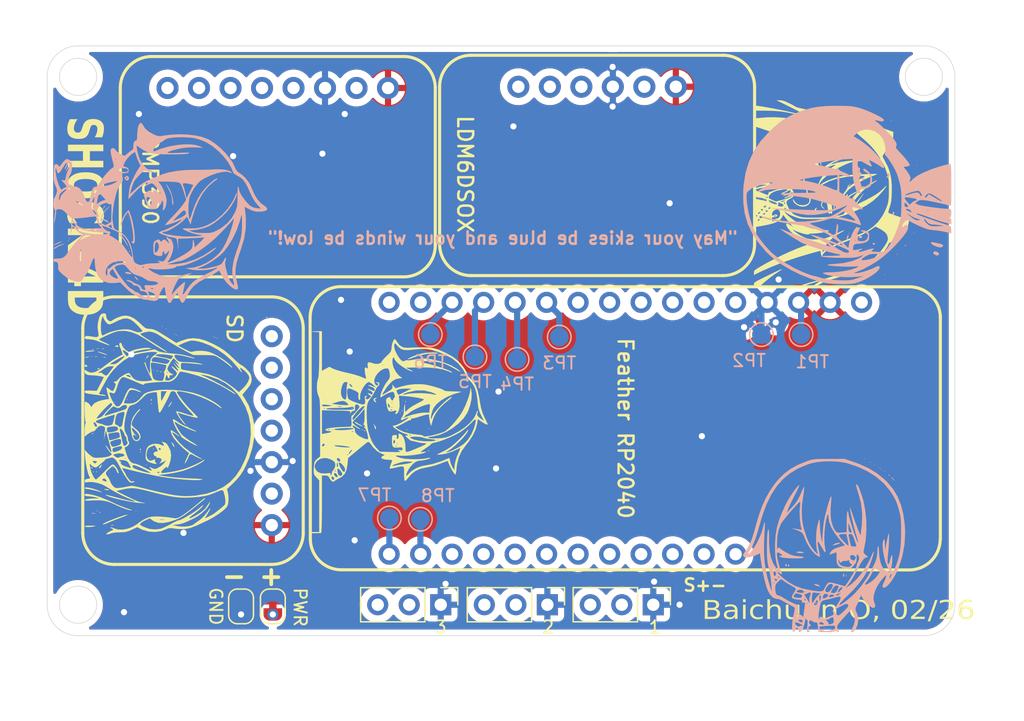
<source format=kicad_pcb>
(kicad_pcb (version 20241229) (generator "pcbnew") (generator_version "9.0")
  (title_block (title "SHOCK5-D"))
  (layers (0 "F.Cu" signal) (4 "In1.Cu" signal) (6 "In2.Cu" signal) (2 "B.Cu" signal) (13 "F.Paste" user) (15 "B.Paste" user) (5 "F.SilkS" user "F.Silkscreen") (7 "B.SilkS" user "B.Silkscreen") (1 "F.Mask" user) (3 "B.Mask" user) (25 "Edge.Cuts" user))
  (net 0 "")
  (net 2 "/CS")
  (net 3 "/3V3")
  (net 13 "/SCK")
  (net 15 "/MOSI")
  (net 16 "/SDA")
  (net 17 "/MISO")
  (net 19 "/S3")
  (net 23 "/GND")
  (net 24 "/SCL")
  (net 33 "/S2")
  (net 34 "/S1")
  (net 35 "/PWR")
  (footprint "Jumper:SolderJumper-2_P1.3mm_Open_RoundedPad1.0x1.5mm" (layer "F.Cu") (at 89.039052 74.532415 90)
    (property "Reference" "GND" (at 0 -2.039052 270) (layer "F.SilkS"))
    (property "Value" "SolderJumper_2_Open" (hide yes))
    (pad "1" smd custom (at -0.65 0 90) (size 1 0.5) (layers "F.Cu" "F.Mask") (net 23 "/GND") (options (clearance outline) (anchor rect)) (primitives (gr_circle (center 0 0.25) (end 0.5 0.25) (width 0) (fill yes)) (gr_circle (center 0 -0.25) (end 0.5 -0.25) (width 0) (fill yes)) (gr_poly (pts (xy 0.5 0.75) (xy 0 0.75) (xy 0 -0.75) (xy 0.5 -0.75)) (width 0) (fill yes))))
    (pad "2" smd custom (at 0.65 0 90) (size 1 0.5) (layers "F.Cu" "F.Mask") (net 23 "/GND") (options (clearance outline) (anchor rect)) (primitives (gr_circle (center 0 0.25) (end 0.5 0.25) (width 0) (fill yes)) (gr_circle (center 0 -0.25) (end 0.5 -0.25) (width 0) (fill yes)) (gr_poly (pts (xy 0 0.75) (xy -0.5 0.75) (xy -0.5 -0.75) (xy 0 -0.75)) (width 0) (fill yes))))
  )
  (footprint "LOGO" (layer "F.Cu") (at 101.8 60.8 -90)
    (property "Reference" "G***" (hide yes))
    (property "Value" "LOGO" (hide yes))
  )
  (footprint "Baichuan:Adafruit-Feather-RP2040" (layer "F.Cu") (at 120.03 60.16 180)
    (property "Reference" "U1" (hide yes))
    (property "Value" "Adafruit-Feather-RP2040" (hide yes))
    (fp_text user "Feather RP2040" (at 0 0 270) (layer "F.SilkS") (effects (font (size 1.2 1.2) (thickness 0.2))))
    (pad "1" thru_hole circle (at -19.05 10.16 180) (size 1.7 1.7) (drill 1) (layers "*.Cu" "*.Mask"))
    (pad "2" thru_hole circle (at -16.51 10.16 180) (size 1.7 1.7) (drill 1) (layers "*.Cu" "*.Mask") (net 3 "/3V3"))
    (pad "3" thru_hole circle (at -13.97 10.16 180) (size 1.7 1.7) (drill 1) (layers "*.Cu" "*.Mask") (net 3 "/3V3"))
    (pad "4" thru_hole circle (at -11.43 10.16 180) (size 1.7 1.7) (drill 1) (layers "*.Cu" "*.Mask") (net 23 "/GND"))
    (pad "5" thru_hole circle (at -8.89 10.16 180) (size 1.7 1.7) (drill 1) (layers "*.Cu" "*.Mask"))
    (pad "6" thru_hole circle (at -6.35 10.16 180) (size 1.7 1.7) (drill 1) (layers "*.Cu" "*.Mask"))
    (pad "7" thru_hole circle (at -3.81 10.16 180) (size 1.7 1.7) (drill 1) (layers "*.Cu" "*.Mask"))
    (pad "8" thru_hole circle (at -1.27 10.16 180) (size 1.7 1.7) (drill 1) (layers "*.Cu" "*.Mask"))
    (pad "9" thru_hole circle (at 1.27 10.16 180) (size 1.7 1.7) (drill 1) (layers "*.Cu" "*.Mask"))
    (pad "10" thru_hole circle (at 3.81 10.16 180) (size 1.7 1.7) (drill 1) (layers "*.Cu" "*.Mask"))
    (pad "11" thru_hole circle (at 6.35 10.16 180) (size 1.7 1.7) (drill 1) (layers "*.Cu" "*.Mask") (net 13 "/SCK"))
    (pad "12" thru_hole circle (at 8.89 10.16 180) (size 1.7 1.7) (drill 1) (layers "*.Cu" "*.Mask") (net 15 "/MOSI"))
    (pad "13" thru_hole circle (at 11.43 10.16 180) (size 1.7 1.7) (drill 1) (layers "*.Cu" "*.Mask") (net 17 "/MISO"))
    (pad "14" thru_hole circle (at 13.97 10.16 180) (size 1.7 1.7) (drill 1) (layers "*.Cu" "*.Mask") (net 2 "/CS"))
    (pad "15" thru_hole circle (at 16.51 10.16 180) (size 1.7 1.7) (drill 1) (layers "*.Cu" "*.Mask"))
    (pad "16" thru_hole circle (at 19.05 10.16 180) (size 1.7 1.7) (drill 1) (layers "*.Cu" "*.Mask"))
    (pad "17" thru_hole circle (at 19.05 -10.16 180) (size 1.7 1.7) (drill 1) (layers "*.Cu" "*.Mask") (net 16 "/SDA"))
    (pad "18" thru_hole circle (at 16.51 -10.16 180) (size 1.7 1.7) (drill 1) (layers "*.Cu" "*.Mask") (net 24 "/SCL"))
    (pad "19" thru_hole circle (at 13.97 -10.16 180) (size 1.7 1.7) (drill 1) (layers "*.Cu" "*.Mask") (net 34 "/S1"))
    (pad "20" thru_hole circle (at 11.43 -10.16 180) (size 1.7 1.7) (drill 1) (layers "*.Cu" "*.Mask") (net 33 "/S2"))
    (pad "21" thru_hole circle (at 8.89 -10.16 180) (size 1.7 1.7) (drill 1) (layers "*.Cu" "*.Mask") (net 19 "/S3"))
    (pad "22" thru_hole circle (at 6.35 -10.16 180) (size 1.7 1.7) (drill 1) (layers "*.Cu" "*.Mask"))
    (pad "23" thru_hole circle (at 3.81 -10.16 180) (size 1.7 1.7) (drill 1) (layers "*.Cu" "*.Mask"))
    (pad "24" thru_hole circle (at 1.27 -10.16 180) (size 1.7 1.7) (drill 1) (layers "*.Cu" "*.Mask"))
    (pad "25" thru_hole circle (at -1.27 -10.16 180) (size 1.7 1.7) (drill 1) (layers "*.Cu" "*.Mask"))
    (pad "26" thru_hole circle (at -3.81 -10.16 180) (size 1.7 1.7) (drill 1) (layers "*.Cu" "*.Mask"))
    (pad "27" thru_hole circle (at -6.35 -10.16 180) (size 1.7 1.7) (drill 1) (layers "*.Cu" "*.Mask"))
    (pad "28" thru_hole circle (at -8.89 -10.16 180) (size 1.7 1.7) (drill 1) (layers "*.Cu" "*.Mask"))
  )
  (footprint "Baichuan:BMP390" (layer "F.Cu") (at 91.8 39.2 180)
    (property "Reference" "U2" (hide yes))
    (property "Value" "~" (hide yes))
    (pad "1" thru_hole circle (at -9.09 6.5 270) (size 1.778 1.778) (drill 1) (layers "*.Cu" "*.Mask") (net 3 "/3V3"))
    (pad "2" thru_hole circle (at -6.55 6.5 270) (size 1.778 1.778) (drill 1) (layers "*.Cu" "*.Mask"))
    (pad "3" thru_hole circle (at -4.01 6.5 270) (size 1.778 1.778) (drill 1) (layers "*.Cu" "*.Mask") (net 23 "/GND"))
    (pad "4" thru_hole circle (at -1.47 6.5 270) (size 1.778 1.778) (drill 1) (layers "*.Cu" "*.Mask") (net 24 "/SCL"))
    (pad "5" thru_hole circle (at 1.07 6.5 270) (size 1.778 1.778) (drill 1) (layers "*.Cu" "*.Mask"))
    (pad "6" thru_hole circle (at 3.61 6.5 270) (size 1.778 1.778) (drill 1) (layers "*.Cu" "*.Mask") (net 16 "/SDA"))
    (pad "7" thru_hole circle (at 6.15 6.5 270) (size 1.778 1.778) (drill 1) (layers "*.Cu" "*.Mask"))
    (pad "8" thru_hole circle (at 8.69 6.5 270) (size 1.778 1.778) (drill 1) (layers "*.Cu" "*.Mask"))
  )
  (footprint "Jumper:SolderJumper-2_P1.3mm_Open_RoundedPad1.0x1.5mm" (layer "F.Cu") (at 91.601578 74.532415 90)
    (property "Reference" "PWR" (at -0.067585 2.198422 270) (layer "F.SilkS"))
    (property "Value" "SolderJumper_2_Open" (hide yes))
    (pad "1" smd custom (at -0.65 0 90) (size 1 0.5) (layers "F.Cu" "F.Mask") (net 35 "/PWR") (options (clearance outline) (anchor rect)) (primitives (gr_circle (center 0 0.25) (end 0.5 0.25) (width 0) (fill yes)) (gr_circle (center 0 -0.25) (end 0.5 -0.25) (width 0) (fill yes)) (gr_poly (pts (xy 0.5 0.75) (xy 0 0.75) (xy 0 -0.75) (xy 0.5 -0.75)) (width 0) (fill yes))))
    (pad "2" smd custom (at 0.65 0 90) (size 1 0.5) (layers "F.Cu" "F.Mask") (net 35 "/PWR") (options (clearance outline) (anchor rect)) (primitives (gr_circle (center 0 0.25) (end 0.5 0.25) (width 0) (fill yes)) (gr_circle (center 0 -0.25) (end 0.5 -0.25) (width 0) (fill yes)) (gr_poly (pts (xy 0 0.75) (xy -0.5 0.75) (xy -0.5 -0.75) (xy 0 -0.75)) (width 0) (fill yes))))
  )
  (footprint "Connector_PinHeader_2.54mm:PinHeader_1x03_P2.54mm_Vertical" (layer "F.Cu") (at 122.28 74.4 -90)
    (property "Reference" "1" (at 1.8 -0.12 180) (layer "F.SilkS"))
    (property "Value" "Conn_01x03_Pin" (hide yes))
    (pad "1" thru_hole rect (at 0 0 270) (size 1.7 1.7) (drill 1) (layers "*.Cu" "*.Mask") (net 23 "/GND"))
    (pad "2" thru_hole circle (at 0 2.54 270) (size 1.7 1.7) (drill 1) (layers "*.Cu" "*.Mask") (net 35 "/PWR"))
    (pad "3" thru_hole circle (at 0 5.08 270) (size 1.7 1.7) (drill 1) (layers "*.Cu" "*.Mask") (net 19 "/S3"))
  )
  (footprint "Baichuan:SD Breakout" (layer "F.Cu") (at 84.513796 60.352407 90)
    (property "Reference" "U4" (hide yes))
    (property "Value" "~" (hide yes))
    (pad "1" thru_hole circle (at -7.62 7 180) (size 1.778 1.778) (drill 1) (layers "*.Cu" "*.Mask") (net 3 "/3V3"))
    (pad "2" thru_hole circle (at -5.08 7 180) (size 1.778 1.778) (drill 1) (layers "*.Cu" "*.Mask"))
    (pad "3" thru_hole circle (at -2.54 7 180) (size 1.778 1.778) (drill 1) (layers "*.Cu" "*.Mask") (net 23 "/GND"))
    (pad "4" thru_hole circle (at 0 7 180) (size 1.778 1.778) (drill 1) (layers "*.Cu" "*.Mask") (net 13 "/SCK"))
    (pad "5" thru_hole circle (at 2.54 7 180) (size 1.778 1.778) (drill 1) (layers "*.Cu" "*.Mask") (net 17 "/MISO"))
    (pad "6" thru_hole circle (at 5.08 7 180) (size 1.778 1.778) (drill 1) (layers "*.Cu" "*.Mask") (net 15 "/MOSI"))
    (pad "7" thru_hole circle (at 7.62 7 180) (size 1.778 1.778) (drill 1) (layers "*.Cu" "*.Mask") (net 2 "/CS"))
  )
  (footprint "Connector_PinHeader_2.54mm:PinHeader_1x03_P2.54mm_Vertical" (layer "F.Cu") (at 105.14 74.4 -90)
    (property "Reference" "3" (at 1.8 0 180) (layer "F.SilkS"))
    (property "Value" "Conn_01x03_Pin" (hide yes))
    (pad "1" thru_hole rect (at 0 0 270) (size 1.7 1.7) (drill 1) (layers "*.Cu" "*.Mask") (net 23 "/GND"))
    (pad "2" thru_hole circle (at 0 2.54 270) (size 1.7 1.7) (drill 1) (layers "*.Cu" "*.Mask") (net 35 "/PWR"))
    (pad "3" thru_hole circle (at 0 5.08 270) (size 1.7 1.7) (drill 1) (layers "*.Cu" "*.Mask") (net 34 "/S1"))
  )
  (footprint "Connector_PinHeader_2.54mm:PinHeader_1x03_P2.54mm_Vertical" (layer "F.Cu") (at 113.74 74.4 -90)
    (property "Reference" "2" (at 1.8 -0.06 0) (layer "F.SilkS"))
    (property "Value" "Conn_01x03_Pin" (hide yes))
    (pad "1" thru_hole rect (at 0 0 270) (size 1.7 1.7) (drill 1) (layers "*.Cu" "*.Mask") (net 23 "/GND"))
    (pad "2" thru_hole circle (at 0 2.54 270) (size 1.7 1.7) (drill 1) (layers "*.Cu" "*.Mask") (net 35 "/PWR"))
    (pad "3" thru_hole circle (at 0 5.08 270) (size 1.7 1.7) (drill 1) (layers "*.Cu" "*.Mask") (net 33 "/S2"))
  )
  (footprint "LOGO" (layer "F.Cu") (at 136.8 41.2 -90)
    (property "Reference" "G***" (hide yes))
    (property "Value" "LOGO" (hide yes))
  )
  (footprint "LOGO" (layer "F.Cu") (at 84.186887 59.896926 -90)
    (property "Reference" "G***" (hide yes))
    (property "Value" "LOGO" (hide yes))
  )
  (footprint "Baichuan:LSM6DSOX + LIS3MDL" (layer "F.Cu") (at 117.6 38.6 180)
    (property "Reference" "U3" (hide yes))
    (property "Value" "~" (hide yes))
    (pad "1" thru_hole circle (at -6.5 6 270) (size 1.778 1.778) (drill 1) (layers "*.Cu" "*.Mask") (net 3 "/3V3"))
    (pad "2" thru_hole circle (at -3.96 6 270) (size 1.778 1.778) (drill 1) (layers "*.Cu" "*.Mask"))
    (pad "3" thru_hole circle (at -1.42 6 270) (size 1.778 1.778) (drill 1) (layers "*.Cu" "*.Mask") (net 23 "/GND"))
    (pad "4" thru_hole circle (at 1.12 6 270) (size 1.778 1.778) (drill 1) (layers "*.Cu" "*.Mask") (net 24 "/SCL"))
    (pad "5" thru_hole circle (at 3.66 6 270) (size 1.778 1.778) (drill 1) (layers "*.Cu" "*.Mask") (net 16 "/SDA"))
    (pad "6" thru_hole circle (at 6.2 6 270) (size 1.778 1.778) (drill 1) (layers "*.Cu" "*.Mask"))
  )
  (footprint "TestPoint:TestPoint_Pad_D1.5mm" (layer "B.Cu") (at 111.3 54.6 180)
    (property "Reference" "TP4" (at 0 -2 0) (layer "B.SilkS") (effects (justify mirror)))
    (property "Value" "TestPoint")
    (pad "1" smd circle (at 0 0 180) (size 1.5 1.5) (layers "B.Cu" "B.Mask") (net 15 "/MOSI"))
  )
  (footprint "TestPoint:TestPoint_Pad_D1.5mm" (layer "B.Cu") (at 107.9 54.4 180)
    (property "Reference" "TP5" (at 0 -2 0) (layer "B.SilkS") (effects (justify mirror)))
    (property "Value" "TestPoint")
    (pad "1" smd circle (at 0 0 180) (size 1.5 1.5) (layers "B.Cu" "B.Mask") (net 17 "/MISO"))
  )
  (footprint "LOGO" (layer "B.Cu") (at 82.2 43.8 90)
    (property "Reference" "G***" (hide yes))
    (property "Value" "LOGO" (hide yes))
  )
  (footprint "TestPoint:TestPoint_Pad_D1.5mm" (layer "B.Cu") (at 104.3 52.6 180)
    (property "Reference" "TP6" (at 0 -2.2 0) (layer "B.SilkS") (effects (justify mirror)))
    (property "Value" "TestPoint")
    (pad "1" smd circle (at 0 0 180) (size 1.5 1.5) (layers "B.Cu" "B.Mask") (net 2 "/CS"))
  )
  (footprint "LOGO" (layer "B.Cu") (at 137.8 41.2 -90)
    (property "Reference" "G***" (hide yes))
    (property "Value" "LOGO" (hide yes))
  )
  (footprint "TestPoint:TestPoint_Pad_D1.5mm" (layer "B.Cu") (at 131 52.6 180)
    (property "Reference" "TP2" (at 1 -2.1 0) (layer "B.SilkS") (effects (justify mirror)))
    (property "Value" "TestPoint")
    (pad "1" smd circle (at 0 0 180) (size 1.5 1.5) (layers "B.Cu" "B.Mask") (net 23 "/GND"))
  )
  (footprint "TestPoint:TestPoint_Pad_D1.5mm" (layer "B.Cu") (at 103.5 67.5 180)
    (property "Reference" "TP8" (at -1.4 1.9 0) (layer "B.SilkS") (effects (justify mirror)))
    (property "Value" "TestPoint")
    (pad "1" smd circle (at 0 0 180) (size 1.5 1.5) (layers "B.Cu" "B.Mask") (net 24 "/SCL"))
  )
  (footprint "TestPoint:TestPoint_Pad_D1.5mm" (layer "B.Cu") (at 114.7 52.8 180)
    (property "Reference" "TP3" (at 0 -2.1 0) (layer "B.SilkS") (effects (justify mirror)))
    (property "Value" "TestPoint")
    (pad "1" smd circle (at 0 0 180) (size 1.5 1.5) (layers "B.Cu" "B.Mask") (net 13 "/SCK"))
  )
  (footprint "LOGO" (layer "B.Cu") (at 136 69.6 180)
    (property "Reference" "" (at 0 0 0) (layer "B.SilkS") (effects (font (size 1.5 1.5) (thickness 0.3)) (justify mirror)))
    (property "Value" "LOGO" (hide yes))
  )
  (footprint "TestPoint:TestPoint_Pad_D1.5mm" (layer "B.Cu") (at 134.2 52.6 180)
    (property "Reference" "TP1" (at -0.9 -2.2 0) (layer "B.SilkS") (effects (justify mirror)))
    (property "Value" "TestPoint")
    (pad "1" smd circle (at 0 0 180) (size 1.5 1.5) (layers "B.Cu" "B.Mask") (net 3 "/3V3"))
  )
  (footprint "TestPoint:TestPoint_Pad_D1.5mm" (layer "B.Cu") (at 101 67.4 180)
    (property "Reference" "TP7" (at 1.2 1.85 0) (layer "B.SilkS") (effects (justify mirror)))
    (property "Value" "TestPoint")
    (pad "1" smd circle (at 0 0 180) (size 1.5 1.5) (layers "B.Cu" "B.Mask") (net 16 "/SDA"))
  )
  (gr_arc (start 73.4 31.8) (mid 74.132233 30.032233) (end 75.9 29.3) (stroke (width 0.05)) (layer "Edge.Cuts"))
  (gr_arc (start 146.6 74.4) (mid 145.867767 76.167767) (end 144.1 76.9) (stroke (width 0.05)) (layer "Edge.Cuts"))
  (gr_line (start 73.4 74.4) (end 73.4 31.8) (stroke (width 0.05)) (layer "Edge.Cuts"))
  (gr_line (start 144.1 76.9) (end 75.9 76.9) (stroke (width 0.05)) (layer "Edge.Cuts"))
  (gr_line (start 146.6 31.8) (end 146.6 74.4) (stroke (width 0.05)) (layer "Edge.Cuts"))
  (gr_circle (center 144.1 31.8) (end 145.6 31.8) (stroke (width 0.05)) (fill no) (layer "Edge.Cuts"))
  (gr_arc (start 144.1 29.3) (mid 145.867767 30.032233) (end 146.6 31.8) (stroke (width 0.05)) (layer "Edge.Cuts"))
  (gr_arc (start 75.9 76.9) (mid 74.132233 76.167767) (end 73.4 74.4) (stroke (width 0.05)) (layer "Edge.Cuts"))
  (gr_circle (center 75.9 31.8) (end 77.4 31.8) (stroke (width 0.05)) (fill no) (layer "Edge.Cuts"))
  (gr_circle (center 75.9 74.4) (end 77.4 74.4) (stroke (width 0.05)) (fill no) (layer "Edge.Cuts"))
  (gr_line (start 75.9 29.3) (end 144.1 29.3) (stroke (width 0.05)) (layer "Edge.Cuts"))
  (gr_text "+ -" (at 92.6 71.4 180) (layer "F.SilkS") (effects (font (size 1.5 1.5) (thickness 0.3) (bold yes)) (justify left bottom)))
  (gr_text "Baichuan O, 02/26" (at 126.2 75.8 0) (layer "F.SilkS") (effects (font (size 1.5 1.7)) (justify left bottom)))
  (gr_text "SD" (at 87.8 50.8 270) (layer "F.SilkS") (effects (font (size 1.2 1.2) (thickness 0.2)) (justify left bottom)))
  (gr_text "SHOCK-4D" (at 74.6 35 270) (layer "F.SilkS") (effects (font (size 2.8 2) (thickness 0.3) (bold yes)) (justify left bottom)))
  (gr_text "BMP390" (at 81 36.4 270) (layer "F.SilkS") (effects (font (size 1.2 1.2) (thickness 0.2)) (justify left bottom)))
  (gr_text "LDM6DSOX" (at 106.4 34.8 270) (layer "F.SilkS") (effects (font (size 1.2 1.2) (thickness 0.2)) (justify left bottom)))
  (gr_text "S+-" (at 124.6 73.4 0) (layer "F.SilkS") (effects (font (size 1 1) (thickness 0.2)) (justify left bottom)))
  (gr_text "{dblquote}May your skies be blue and your winds be low!{dblquote}" (at 129.2 45.4 0) (layer "B.SilkS") (effects (font (size 1 1) (thickness 0.2)) (justify left bottom mirror)))
  (segment (start 104.3 51.76) (end 106.06 50) (width 0.5) (layer "B.Cu") (net 2))
  (segment (start 104.3 52.6) (end 104.3 51.76) (width 0.5) (layer "B.Cu") (net 2))
  (segment (start 134.2 52.6) (end 134.2 50.2) (width 0.5) (layer "B.Cu") (net 3))
  (segment (start 134.2 50.2) (end 134 50) (width 0.5) (layer "B.Cu") (net 3))
  (segment (start 114.7 52.8) (end 114.7 51.02) (width 0.5) (layer "B.Cu") (net 13))
  (segment (start 114.7 51.02) (end 113.68 50) (width 0.5) (layer "B.Cu") (net 13))
  (segment (start 111.3 50.16) (end 111.14 50) (width 0.5) (layer "B.Cu") (net 15))
  (segment (start 111.3 54.6) (end 111.3 50.16) (width 0.5) (layer "B.Cu") (net 15))
  (segment (start 101 67.4) (end 101 70.3) (width 0.5) (layer "B.Cu") (net 16))
  (segment (start 101 70.3) (end 100.98 70.32) (width 0.5) (layer "B.Cu") (net 16))
  (segment (start 107.9 50.7) (end 108.6 50) (width 0.5) (layer "B.Cu") (net 17))
  (segment (start 107.9 54.4) (end 107.9 50.7) (width 0.5) (layer "B.Cu") (net 17))
  (segment (start 89.039052 75.182415) (end 89.039052 73.882415) (width 0.5) (layer "F.Cu") (net 23))
  (via (at 119 31) (size 0.9) (drill 0.5) (layers "F.Cu" "B.Cu") (net 23))
  (via (at 97.4 34.8) (size 0.9) (drill 0.5) (layers "F.Cu" "B.Cu") (net 23))
  (via (at 80.8 34.8) (size 0.9) (drill 0.5) (layers "F.Cu" "B.Cu") (net 23))
  (via (at 109.8 57.2) (size 0.9) (drill 0.5) (layers "F.Cu" "B.Cu") (net 23))
  (via (at 126.2 60.8) (size 0.9) (drill 0.5) (layers "F.Cu" "B.Cu") (net 23))
  (via (at 129.6 52) (size 0.9) (drill 0.5) (layers "F.Cu" "B.Cu") (net 23))
  (via (at 124.4 74.4) (size 0.9) (drill 0.5) (layers "F.Cu" "B.Cu") (net 23))
  (via (at 93.2 62.8) (size 0.9) (drill 0.5) (layers "F.Cu" "B.Cu") (net 23))
  (via (at 99.2 63.8) (size 0.9) (drill 0.5) (layers "F.Cu" "B.Cu") (net 23))
  (via (at 80.2 54.2) (size 0.9) (drill 0.5) (layers "F.Cu" "B.Cu") (net 23))
  (via (at 97.8 53.972407) (size 0.9) (drill 0.5) (layers "F.Cu" "B.Cu") (net 23))
  (via (at 89.039052 75.182415) (size 0.9) (drill 0.5) (layers "F.Cu" "B.Cu") (net 23))
  (via (at 79.6 75) (size 0.9) (drill 0.5) (layers "F.Cu" "B.Cu") (net 23))
  (via (at 97.1 49.8) (size 0.9) (drill 0.5) (layers "F.Cu" "B.Cu") (net 23))
  (via (at 105.530956 72.7122) (size 0.9) (drill 0.5) (layers "F.Cu" "B.Cu") (net 23))
  (via (at 122.347526 72.534769) (size 0.9) (drill 0.5) (layers "F.Cu" "B.Cu") (net 23))
  (via (at 95.6 38) (size 0.9) (drill 0.5) (layers "F.Cu" "B.Cu") (net 23))
  (via (at 88.4 38.2) (size 0.9) (drill 0.5) (layers "F.Cu" "B.Cu") (net 23))
  (via (at 123.6 42) (size 0.9) (drill 0.5) (layers "F.Cu" "B.Cu") (net 23))
  (via (at 89.8 63.6) (size 0.9) (drill 0.5) (layers "F.Cu" "B.Cu") (net 23))
  (via (at 111 35.8) (size 0.9) (drill 0.5) (layers "F.Cu" "B.Cu") (net 23))
  (via (at 132.386662 48.156185) (size 0.9) (drill 0.5) (layers "F.Cu" "B.Cu") (net 23))
  (via (at 84.4 68.6) (size 0.9) (drill 0.5) (layers "F.Cu" "B.Cu") (net 23))
  (via (at 98.2 69.2) (size 0.9) (drill 0.5) (layers "F.Cu" "B.Cu") (net 23))
  (via (at 109.6 63.4) (size 0.9) (drill 0.5) (layers "F.Cu" "B.Cu") (net 23))
  (via (at 119 34.2) (size 0.9) (drill 0.5) (layers "F.Cu" "B.Cu") (net 23))
  (via (at 132.156185 51.613338) (size 0.9) (drill 0.5) (layers "F.Cu" "B.Cu") (net 23))
  (segment (start 131 50.46) (end 131.46 50) (width 0.5) (layer "B.Cu") (net 23))
  (segment (start 131 52.6) (end 131 50.46) (width 0.5) (layer "B.Cu") (net 23))
  (segment (start 103.5 67.5) (end 103.5 70.3) (width 0.5) (layer "B.Cu") (net 24))
  (segment (start 103.5 70.3) (end 103.52 70.32) (width 0.5) (layer "B.Cu") (net 24))
  (segment (start 91.601578 73.882415) (end 91.601578 75.182415) (width 0.6) (layer "F.Cu") (net 35))
  (via (at 91.601578 75.182415) (size 0.9) (drill 0.5) (layers "F.Cu" "B.Cu") (net 35))
  (zone (net 3) (net_name "/3V3") (layer "F.Cu") (priority 1) (connect_pads (clearance 0.5)) (min_thickness 0.25) (fill yes (thermal_gap 0.5) (thermal_bridge_width 0.5))
    (polygon (pts (xy 70.6 25.6) (xy 152.2 26) (xy 151 83.8) (xy 69.6 83.2)))
  )
  (zone (net 23) (net_name "/GND") (layers "B.Cu" "In1.Cu" "In2.Cu") (connect_pads (clearance 0.5)) (min_thickness 0.25) (fill yes (thermal_gap 0.5) (thermal_bridge_width 0.5))
    (polygon (pts (xy 71.6 81) (xy 149.8 80.8) (xy 151 27.8) (xy 72.2 27.6)))
  )
)
</source>
